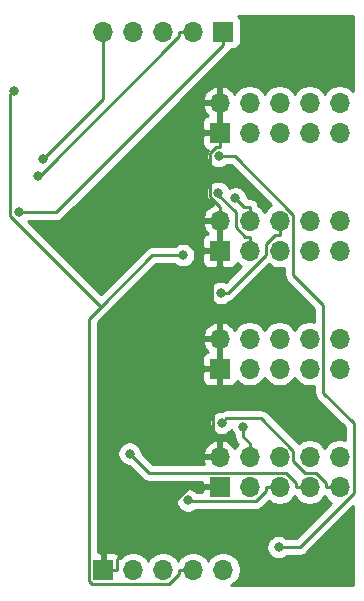
<source format=gbl>
%TF.GenerationSoftware,KiCad,Pcbnew,(5.1.6-0-10_14)*%
%TF.CreationDate,2020-09-10T15:49:12+09:00*%
%TF.ProjectId,qPCR-photo_mux_CD74HC4067M96,71504352-2d70-4686-9f74-6f5f6d75785f,rev?*%
%TF.SameCoordinates,Original*%
%TF.FileFunction,Copper,L2,Bot*%
%TF.FilePolarity,Positive*%
%FSLAX46Y46*%
G04 Gerber Fmt 4.6, Leading zero omitted, Abs format (unit mm)*
G04 Created by KiCad (PCBNEW (5.1.6-0-10_14)) date 2020-09-10 15:49:12*
%MOMM*%
%LPD*%
G01*
G04 APERTURE LIST*
%TA.AperFunction,ComponentPad*%
%ADD10O,1.700000X1.700000*%
%TD*%
%TA.AperFunction,ComponentPad*%
%ADD11R,1.700000X1.700000*%
%TD*%
%TA.AperFunction,ViaPad*%
%ADD12C,0.800000*%
%TD*%
%TA.AperFunction,Conductor*%
%ADD13C,0.250000*%
%TD*%
%TA.AperFunction,Conductor*%
%ADD14C,0.254000*%
%TD*%
G04 APERTURE END LIST*
D10*
%TO.P,J1,5*%
%TO.N,PD_MUX_OUT*%
X103298000Y-110000000D03*
%TO.P,J1,4*%
%TO.N,VCC_LOGIC*%
X100758000Y-110000000D03*
%TO.P,J1,3*%
%TO.N,-10V*%
X98218000Y-110000000D03*
%TO.P,J1,2*%
%TO.N,+10V*%
X95678000Y-110000000D03*
D11*
%TO.P,J1,1*%
%TO.N,GND*%
X93138000Y-110000000D03*
%TD*%
%TO.P,J2,1*%
%TO.N,ADDRESSA3*%
X103298000Y-64440000D03*
D10*
%TO.P,J2,2*%
%TO.N,ADDRESSA2*%
X100758000Y-64440000D03*
%TO.P,J2,3*%
%TO.N,ADDRESSA1*%
X98218000Y-64440000D03*
%TO.P,J2,4*%
%TO.N,ADDRESSA0*%
X95678000Y-64440000D03*
%TO.P,J2,5*%
%TO.N,MUX_SELECT*%
X93138000Y-64440000D03*
%TD*%
%TO.P,N_PD1,10*%
%TO.N,N_PD1_OUT1*%
X113160000Y-70460000D03*
%TO.P,N_PD1,9*%
%TO.N,N_PD1_OUT2*%
X113160000Y-73000000D03*
%TO.P,N_PD1,8*%
%TO.N,N_PD1_OUT3*%
X110620000Y-70460000D03*
%TO.P,N_PD1,7*%
%TO.N,N_PD1_OUT4*%
X110620000Y-73000000D03*
%TO.P,N_PD1,6*%
%TO.N,N_PD1_OUT5*%
X108080000Y-70460000D03*
%TO.P,N_PD1,5*%
%TO.N,N_PD1_OUT6*%
X108080000Y-73000000D03*
%TO.P,N_PD1,4*%
%TO.N,N_PD1_OUT7*%
X105540000Y-70460000D03*
%TO.P,N_PD1,3*%
%TO.N,N_PD1_OUT8*%
X105540000Y-73000000D03*
%TO.P,N_PD1,2*%
%TO.N,GND*%
X103000000Y-70460000D03*
D11*
%TO.P,N_PD1,1*%
X103000000Y-73000000D03*
%TD*%
%TO.P,N_PD2,1*%
%TO.N,GND*%
X103000000Y-83000000D03*
D10*
%TO.P,N_PD2,2*%
X103000000Y-80460000D03*
%TO.P,N_PD2,3*%
%TO.N,N_PD1_OUT16*%
X105540000Y-83000000D03*
%TO.P,N_PD2,4*%
%TO.N,N_PD1_OUT15*%
X105540000Y-80460000D03*
%TO.P,N_PD2,5*%
%TO.N,N_PD1_OUT14*%
X108080000Y-83000000D03*
%TO.P,N_PD2,6*%
%TO.N,N_PD1_OUT13*%
X108080000Y-80460000D03*
%TO.P,N_PD2,7*%
%TO.N,N_PD1_OUT12*%
X110620000Y-83000000D03*
%TO.P,N_PD2,8*%
%TO.N,N_PD1_OUT10*%
X110620000Y-80460000D03*
%TO.P,N_PD2,9*%
%TO.N,N_PD1_OUT11*%
X113160000Y-83000000D03*
%TO.P,N_PD2,10*%
%TO.N,N_PD1_OUT9*%
X113160000Y-80460000D03*
%TD*%
D11*
%TO.P,S_PD1,1*%
%TO.N,GND*%
X103000000Y-93000000D03*
D10*
%TO.P,S_PD1,2*%
X103000000Y-90460000D03*
%TO.P,S_PD1,3*%
%TO.N,S_PD1_OUT8*%
X105540000Y-93000000D03*
%TO.P,S_PD1,4*%
%TO.N,S_PD1_OUT7*%
X105540000Y-90460000D03*
%TO.P,S_PD1,5*%
%TO.N,S_PD1_OUT6*%
X108080000Y-93000000D03*
%TO.P,S_PD1,6*%
%TO.N,S_PD1_OUT5*%
X108080000Y-90460000D03*
%TO.P,S_PD1,7*%
%TO.N,S_PD1_OUT4*%
X110620000Y-93000000D03*
%TO.P,S_PD1,8*%
%TO.N,S_PD1_OUT3*%
X110620000Y-90460000D03*
%TO.P,S_PD1,9*%
%TO.N,S_PD1_OUT2*%
X113160000Y-93000000D03*
%TO.P,S_PD1,10*%
%TO.N,S_PD1_OUT1*%
X113160000Y-90460000D03*
%TD*%
%TO.P,S_PD2,10*%
%TO.N,S_PD1_OUT9*%
X113160000Y-100460000D03*
%TO.P,S_PD2,9*%
%TO.N,S_PD1_OUT11*%
X113160000Y-103000000D03*
%TO.P,S_PD2,8*%
%TO.N,S_PD1_OUT10*%
X110620000Y-100460000D03*
%TO.P,S_PD2,7*%
%TO.N,S_PD1_OUT12*%
X110620000Y-103000000D03*
%TO.P,S_PD2,6*%
%TO.N,S_PD1_OUT13*%
X108080000Y-100460000D03*
%TO.P,S_PD2,5*%
%TO.N,S_PD1_OUT14*%
X108080000Y-103000000D03*
%TO.P,S_PD2,4*%
%TO.N,S_PD1_OUT15*%
X105540000Y-100460000D03*
%TO.P,S_PD2,3*%
%TO.N,S_PD1_OUT16*%
X105540000Y-103000000D03*
%TO.P,S_PD2,2*%
%TO.N,GND*%
X103000000Y-100460000D03*
D11*
%TO.P,S_PD2,1*%
X103000000Y-103000000D03*
%TD*%
D12*
%TO.N,VCC_LOGIC*%
X85563500Y-69465700D03*
X99891700Y-83363600D03*
%TO.N,ADDRESSA3*%
X86015000Y-79753000D03*
%TO.N,ADDRESSA2*%
X87648700Y-76630100D03*
%TO.N,MUX_SELECT*%
X88049500Y-75273000D03*
%TO.N,/PD_MUX_OUT1*%
X108000000Y-108091900D03*
X102911600Y-74997400D03*
%TO.N,N_PD1_OUT16*%
X102884600Y-78088300D03*
%TO.N,N_PD1_OUT15*%
X104342700Y-78558000D03*
%TO.N,N_PD1_OUT13*%
X103115200Y-86557400D03*
%TO.N,S_PD1_OUT11*%
X103181500Y-97563500D03*
%TO.N,S_PD1_OUT12*%
X95386900Y-100173300D03*
%TO.N,S_PD1_OUT14*%
X100328400Y-104139000D03*
%TO.N,S_PD1_OUT15*%
X105014300Y-97926700D03*
%TD*%
D13*
%TO.N,VCC_LOGIC*%
X92946400Y-87731200D02*
X85269500Y-80054400D01*
X85269500Y-80054400D02*
X85269500Y-69759700D01*
X85269500Y-69759700D02*
X85563500Y-69465700D01*
X92946400Y-87731200D02*
X97314000Y-83363600D01*
X97314000Y-83363600D02*
X99891700Y-83363600D01*
X99582700Y-110000000D02*
X99582700Y-110365300D01*
X99582700Y-110365300D02*
X98760800Y-111187200D01*
X98760800Y-111187200D02*
X92164000Y-111187200D01*
X92164000Y-111187200D02*
X91938400Y-110961600D01*
X91938400Y-110961600D02*
X91938400Y-88739200D01*
X91938400Y-88739200D02*
X92946400Y-87731200D01*
X100758000Y-110000000D02*
X99582700Y-110000000D01*
%TO.N,GND*%
X103000000Y-103000000D02*
X100441700Y-103000000D01*
X100441700Y-103000000D02*
X94313300Y-109128400D01*
X94313300Y-109128400D02*
X94313300Y-110000000D01*
X103000000Y-80460000D02*
X103000000Y-79284700D01*
X103000000Y-79284700D02*
X102155200Y-78439900D01*
X102155200Y-78439900D02*
X102155200Y-74726200D01*
X102155200Y-74726200D02*
X102706100Y-74175300D01*
X102706100Y-74175300D02*
X103000000Y-74175300D01*
X103000000Y-83000000D02*
X103000000Y-80460000D01*
X103000000Y-73000000D02*
X103000000Y-74175300D01*
X103000000Y-89284700D02*
X102369300Y-88654000D01*
X102369300Y-88654000D02*
X102369300Y-84806000D01*
X102369300Y-84806000D02*
X103000000Y-84175300D01*
X103000000Y-90460000D02*
X103000000Y-89284700D01*
X103000000Y-90460000D02*
X103000000Y-93000000D01*
X103000000Y-83000000D02*
X103000000Y-84175300D01*
X103000000Y-94175300D02*
X102456200Y-94719100D01*
X102456200Y-94719100D02*
X102456200Y-98740900D01*
X102456200Y-98740900D02*
X103000000Y-99284700D01*
X93138000Y-110000000D02*
X94313300Y-110000000D01*
X103000000Y-100460000D02*
X103000000Y-99284700D01*
X103000000Y-93000000D02*
X103000000Y-94175300D01*
X103000000Y-73000000D02*
X103000000Y-70460000D01*
%TO.N,ADDRESSA3*%
X103298000Y-65615300D02*
X89160300Y-79753000D01*
X89160300Y-79753000D02*
X86015000Y-79753000D01*
X103298000Y-64440000D02*
X103298000Y-65615300D01*
%TO.N,ADDRESSA2*%
X99582700Y-64440000D02*
X99582700Y-64811000D01*
X99582700Y-64811000D02*
X87763600Y-76630100D01*
X87763600Y-76630100D02*
X87648700Y-76630100D01*
X100758000Y-64440000D02*
X99582700Y-64440000D01*
%TO.N,MUX_SELECT*%
X93138000Y-64440000D02*
X93138000Y-70184500D01*
X93138000Y-70184500D02*
X88049500Y-75273000D01*
%TO.N,/PD_MUX_OUT1*%
X102911600Y-74997400D02*
X104285100Y-74997400D01*
X104285100Y-74997400D02*
X109255300Y-79967600D01*
X109255300Y-79967600D02*
X109255300Y-85041400D01*
X109255300Y-85041400D02*
X111795400Y-87581500D01*
X111795400Y-87581500D02*
X111795400Y-95041500D01*
X111795400Y-95041500D02*
X114348600Y-97594700D01*
X114348600Y-97594700D02*
X114348600Y-103519500D01*
X114348600Y-103519500D02*
X109776200Y-108091900D01*
X109776200Y-108091900D02*
X108000000Y-108091900D01*
%TO.N,N_PD1_OUT16*%
X105540000Y-81824700D02*
X105172600Y-81824700D01*
X105172600Y-81824700D02*
X104364700Y-81016800D01*
X104364700Y-81016800D02*
X104364700Y-79728300D01*
X104364700Y-79728300D02*
X102884600Y-78248200D01*
X102884600Y-78248200D02*
X102884600Y-78088300D01*
X105540000Y-83000000D02*
X105540000Y-81824700D01*
%TO.N,N_PD1_OUT15*%
X105540000Y-80460000D02*
X105540000Y-79284700D01*
X105540000Y-79284700D02*
X105069400Y-79284700D01*
X105069400Y-79284700D02*
X104342700Y-78558000D01*
%TO.N,N_PD1_OUT13*%
X108080000Y-81635300D02*
X107712600Y-81635300D01*
X107712600Y-81635300D02*
X106904700Y-82443200D01*
X106904700Y-82443200D02*
X106904700Y-83329700D01*
X106904700Y-83329700D02*
X103677000Y-86557400D01*
X103677000Y-86557400D02*
X103115200Y-86557400D01*
X108080000Y-80460000D02*
X108080000Y-81635300D01*
%TO.N,S_PD1_OUT11*%
X113160000Y-103000000D02*
X111984700Y-103000000D01*
X103181500Y-97563500D02*
X103546200Y-97198800D01*
X103546200Y-97198800D02*
X106528500Y-97198800D01*
X106528500Y-97198800D02*
X109255400Y-99925700D01*
X109255400Y-99925700D02*
X109255400Y-100819600D01*
X109255400Y-100819600D02*
X110260500Y-101824700D01*
X110260500Y-101824700D02*
X111176800Y-101824700D01*
X111176800Y-101824700D02*
X111984700Y-102632600D01*
X111984700Y-102632600D02*
X111984700Y-103000000D01*
%TO.N,S_PD1_OUT12*%
X110620000Y-103000000D02*
X109444700Y-103000000D01*
X109444700Y-103000000D02*
X109444700Y-102632600D01*
X109444700Y-102632600D02*
X108636800Y-101824700D01*
X108636800Y-101824700D02*
X97038300Y-101824700D01*
X97038300Y-101824700D02*
X95386900Y-100173300D01*
%TO.N,S_PD1_OUT14*%
X108080000Y-103000000D02*
X106904700Y-103000000D01*
X100328400Y-104139000D02*
X100364700Y-104175300D01*
X100364700Y-104175300D02*
X106096800Y-104175300D01*
X106096800Y-104175300D02*
X106904700Y-103367400D01*
X106904700Y-103367400D02*
X106904700Y-103000000D01*
%TO.N,S_PD1_OUT15*%
X105540000Y-100460000D02*
X105540000Y-99284700D01*
X105014300Y-97926700D02*
X105014300Y-98759000D01*
X105014300Y-98759000D02*
X105540000Y-99284700D01*
%TD*%
D14*
%TO.N,GND*%
G36*
X114315000Y-69515651D02*
G01*
X114313475Y-69513368D01*
X114106632Y-69306525D01*
X113863411Y-69144010D01*
X113593158Y-69032068D01*
X113306260Y-68975000D01*
X113013740Y-68975000D01*
X112726842Y-69032068D01*
X112456589Y-69144010D01*
X112213368Y-69306525D01*
X112006525Y-69513368D01*
X111890000Y-69687760D01*
X111773475Y-69513368D01*
X111566632Y-69306525D01*
X111323411Y-69144010D01*
X111053158Y-69032068D01*
X110766260Y-68975000D01*
X110473740Y-68975000D01*
X110186842Y-69032068D01*
X109916589Y-69144010D01*
X109673368Y-69306525D01*
X109466525Y-69513368D01*
X109350000Y-69687760D01*
X109233475Y-69513368D01*
X109026632Y-69306525D01*
X108783411Y-69144010D01*
X108513158Y-69032068D01*
X108226260Y-68975000D01*
X107933740Y-68975000D01*
X107646842Y-69032068D01*
X107376589Y-69144010D01*
X107133368Y-69306525D01*
X106926525Y-69513368D01*
X106810000Y-69687760D01*
X106693475Y-69513368D01*
X106486632Y-69306525D01*
X106243411Y-69144010D01*
X105973158Y-69032068D01*
X105686260Y-68975000D01*
X105393740Y-68975000D01*
X105106842Y-69032068D01*
X104836589Y-69144010D01*
X104593368Y-69306525D01*
X104386525Y-69513368D01*
X104264805Y-69695534D01*
X104195178Y-69578645D01*
X104000269Y-69362412D01*
X103766920Y-69188359D01*
X103504099Y-69063175D01*
X103356890Y-69018524D01*
X103127000Y-69139845D01*
X103127000Y-70333000D01*
X103147000Y-70333000D01*
X103147000Y-70587000D01*
X103127000Y-70587000D01*
X103127000Y-72873000D01*
X103147000Y-72873000D01*
X103147000Y-73127000D01*
X103127000Y-73127000D01*
X103127000Y-73147000D01*
X102873000Y-73147000D01*
X102873000Y-73127000D01*
X101673750Y-73127000D01*
X101515000Y-73285750D01*
X101511928Y-73850000D01*
X101524188Y-73974482D01*
X101560498Y-74094180D01*
X101619463Y-74204494D01*
X101698815Y-74301185D01*
X101795506Y-74380537D01*
X101905820Y-74439502D01*
X102017047Y-74473242D01*
X101994395Y-74507144D01*
X101916374Y-74695502D01*
X101876600Y-74895461D01*
X101876600Y-75099339D01*
X101916374Y-75299298D01*
X101994395Y-75487656D01*
X102107663Y-75657174D01*
X102251826Y-75801337D01*
X102421344Y-75914605D01*
X102609702Y-75992626D01*
X102809661Y-76032400D01*
X103013539Y-76032400D01*
X103213498Y-75992626D01*
X103401856Y-75914605D01*
X103571374Y-75801337D01*
X103615311Y-75757400D01*
X103970299Y-75757400D01*
X107364791Y-79151893D01*
X107133368Y-79306525D01*
X106926525Y-79513368D01*
X106810000Y-79687760D01*
X106693475Y-79513368D01*
X106486632Y-79306525D01*
X106293089Y-79177204D01*
X106289003Y-79135714D01*
X106245546Y-78992453D01*
X106174974Y-78860424D01*
X106080001Y-78744699D01*
X105964276Y-78649726D01*
X105832247Y-78579154D01*
X105688986Y-78535697D01*
X105577333Y-78524700D01*
X105540000Y-78521023D01*
X105502667Y-78524700D01*
X105384202Y-78524700D01*
X105377700Y-78518198D01*
X105377700Y-78456061D01*
X105337926Y-78256102D01*
X105259905Y-78067744D01*
X105146637Y-77898226D01*
X105002474Y-77754063D01*
X104832956Y-77640795D01*
X104644598Y-77562774D01*
X104444639Y-77523000D01*
X104240761Y-77523000D01*
X104040802Y-77562774D01*
X103852444Y-77640795D01*
X103826652Y-77658029D01*
X103801805Y-77598044D01*
X103688537Y-77428526D01*
X103544374Y-77284363D01*
X103374856Y-77171095D01*
X103186498Y-77093074D01*
X102986539Y-77053300D01*
X102782661Y-77053300D01*
X102582702Y-77093074D01*
X102394344Y-77171095D01*
X102224826Y-77284363D01*
X102080663Y-77428526D01*
X101967395Y-77598044D01*
X101889374Y-77786402D01*
X101849600Y-77986361D01*
X101849600Y-78190239D01*
X101889374Y-78390198D01*
X101967395Y-78578556D01*
X102080663Y-78748074D01*
X102224826Y-78892237D01*
X102394344Y-79005505D01*
X102517647Y-79056579D01*
X102495901Y-79063175D01*
X102233080Y-79188359D01*
X101999731Y-79362412D01*
X101804822Y-79578645D01*
X101655843Y-79828748D01*
X101558519Y-80103109D01*
X101679186Y-80333000D01*
X102873000Y-80333000D01*
X102873000Y-80313000D01*
X103127000Y-80313000D01*
X103127000Y-80333000D01*
X103147000Y-80333000D01*
X103147000Y-80587000D01*
X103127000Y-80587000D01*
X103127000Y-82873000D01*
X103147000Y-82873000D01*
X103147000Y-83127000D01*
X103127000Y-83127000D01*
X103127000Y-84326250D01*
X103285750Y-84485000D01*
X103850000Y-84488072D01*
X103974482Y-84475812D01*
X104094180Y-84439502D01*
X104204494Y-84380537D01*
X104301185Y-84301185D01*
X104380537Y-84204494D01*
X104439502Y-84094180D01*
X104461513Y-84021620D01*
X104593368Y-84153475D01*
X104836589Y-84315990D01*
X104841553Y-84318046D01*
X103544608Y-85614991D01*
X103417098Y-85562174D01*
X103217139Y-85522400D01*
X103013261Y-85522400D01*
X102813302Y-85562174D01*
X102624944Y-85640195D01*
X102455426Y-85753463D01*
X102311263Y-85897626D01*
X102197995Y-86067144D01*
X102119974Y-86255502D01*
X102080200Y-86455461D01*
X102080200Y-86659339D01*
X102119974Y-86859298D01*
X102197995Y-87047656D01*
X102311263Y-87217174D01*
X102455426Y-87361337D01*
X102624944Y-87474605D01*
X102813302Y-87552626D01*
X103013261Y-87592400D01*
X103217139Y-87592400D01*
X103417098Y-87552626D01*
X103605456Y-87474605D01*
X103774974Y-87361337D01*
X103831616Y-87304695D01*
X103969247Y-87262946D01*
X104101276Y-87192374D01*
X104217001Y-87097401D01*
X104240804Y-87068397D01*
X107146771Y-84162431D01*
X107376589Y-84315990D01*
X107646842Y-84427932D01*
X107933740Y-84485000D01*
X108226260Y-84485000D01*
X108495301Y-84431484D01*
X108495301Y-85004068D01*
X108491624Y-85041400D01*
X108506298Y-85190385D01*
X108549754Y-85333646D01*
X108620326Y-85465676D01*
X108666879Y-85522400D01*
X108715300Y-85581401D01*
X108744298Y-85605199D01*
X111035400Y-87896302D01*
X111035400Y-89028536D01*
X110766260Y-88975000D01*
X110473740Y-88975000D01*
X110186842Y-89032068D01*
X109916589Y-89144010D01*
X109673368Y-89306525D01*
X109466525Y-89513368D01*
X109350000Y-89687760D01*
X109233475Y-89513368D01*
X109026632Y-89306525D01*
X108783411Y-89144010D01*
X108513158Y-89032068D01*
X108226260Y-88975000D01*
X107933740Y-88975000D01*
X107646842Y-89032068D01*
X107376589Y-89144010D01*
X107133368Y-89306525D01*
X106926525Y-89513368D01*
X106810000Y-89687760D01*
X106693475Y-89513368D01*
X106486632Y-89306525D01*
X106243411Y-89144010D01*
X105973158Y-89032068D01*
X105686260Y-88975000D01*
X105393740Y-88975000D01*
X105106842Y-89032068D01*
X104836589Y-89144010D01*
X104593368Y-89306525D01*
X104386525Y-89513368D01*
X104264805Y-89695534D01*
X104195178Y-89578645D01*
X104000269Y-89362412D01*
X103766920Y-89188359D01*
X103504099Y-89063175D01*
X103356890Y-89018524D01*
X103127000Y-89139845D01*
X103127000Y-90333000D01*
X103147000Y-90333000D01*
X103147000Y-90587000D01*
X103127000Y-90587000D01*
X103127000Y-92873000D01*
X103147000Y-92873000D01*
X103147000Y-93127000D01*
X103127000Y-93127000D01*
X103127000Y-94326250D01*
X103285750Y-94485000D01*
X103850000Y-94488072D01*
X103974482Y-94475812D01*
X104094180Y-94439502D01*
X104204494Y-94380537D01*
X104301185Y-94301185D01*
X104380537Y-94204494D01*
X104439502Y-94094180D01*
X104461513Y-94021620D01*
X104593368Y-94153475D01*
X104836589Y-94315990D01*
X105106842Y-94427932D01*
X105393740Y-94485000D01*
X105686260Y-94485000D01*
X105973158Y-94427932D01*
X106243411Y-94315990D01*
X106486632Y-94153475D01*
X106693475Y-93946632D01*
X106810000Y-93772240D01*
X106926525Y-93946632D01*
X107133368Y-94153475D01*
X107376589Y-94315990D01*
X107646842Y-94427932D01*
X107933740Y-94485000D01*
X108226260Y-94485000D01*
X108513158Y-94427932D01*
X108783411Y-94315990D01*
X109026632Y-94153475D01*
X109233475Y-93946632D01*
X109350000Y-93772240D01*
X109466525Y-93946632D01*
X109673368Y-94153475D01*
X109916589Y-94315990D01*
X110186842Y-94427932D01*
X110473740Y-94485000D01*
X110766260Y-94485000D01*
X111035401Y-94431464D01*
X111035401Y-95004168D01*
X111031724Y-95041500D01*
X111046398Y-95190485D01*
X111089854Y-95333746D01*
X111160426Y-95465776D01*
X111231601Y-95552502D01*
X111255400Y-95581501D01*
X111284398Y-95605299D01*
X113588600Y-97909502D01*
X113588600Y-99031161D01*
X113306260Y-98975000D01*
X113013740Y-98975000D01*
X112726842Y-99032068D01*
X112456589Y-99144010D01*
X112213368Y-99306525D01*
X112006525Y-99513368D01*
X111890000Y-99687760D01*
X111773475Y-99513368D01*
X111566632Y-99306525D01*
X111323411Y-99144010D01*
X111053158Y-99032068D01*
X110766260Y-98975000D01*
X110473740Y-98975000D01*
X110186842Y-99032068D01*
X109916589Y-99144010D01*
X109695943Y-99291441D01*
X107092304Y-96687803D01*
X107068501Y-96658799D01*
X106952776Y-96563826D01*
X106820747Y-96493254D01*
X106677486Y-96449797D01*
X106565833Y-96438800D01*
X106565822Y-96438800D01*
X106528500Y-96435124D01*
X106491178Y-96438800D01*
X103583525Y-96438800D01*
X103546200Y-96435124D01*
X103508875Y-96438800D01*
X103508867Y-96438800D01*
X103397214Y-96449797D01*
X103253953Y-96493254D01*
X103188013Y-96528500D01*
X103079561Y-96528500D01*
X102879602Y-96568274D01*
X102691244Y-96646295D01*
X102521726Y-96759563D01*
X102377563Y-96903726D01*
X102264295Y-97073244D01*
X102186274Y-97261602D01*
X102146500Y-97461561D01*
X102146500Y-97665439D01*
X102186274Y-97865398D01*
X102264295Y-98053756D01*
X102377563Y-98223274D01*
X102521726Y-98367437D01*
X102691244Y-98480705D01*
X102879602Y-98558726D01*
X103079561Y-98598500D01*
X103283439Y-98598500D01*
X103483398Y-98558726D01*
X103671756Y-98480705D01*
X103841274Y-98367437D01*
X103985437Y-98223274D01*
X104010542Y-98185702D01*
X104019074Y-98228598D01*
X104097095Y-98416956D01*
X104210363Y-98586474D01*
X104254300Y-98630411D01*
X104254300Y-98721678D01*
X104250624Y-98759000D01*
X104254300Y-98796322D01*
X104254300Y-98796333D01*
X104265298Y-98907985D01*
X104308754Y-99051246D01*
X104379326Y-99183276D01*
X104431925Y-99247367D01*
X104474300Y-99299001D01*
X104503298Y-99322799D01*
X104540196Y-99359697D01*
X104386525Y-99513368D01*
X104264805Y-99695534D01*
X104195178Y-99578645D01*
X104000269Y-99362412D01*
X103766920Y-99188359D01*
X103504099Y-99063175D01*
X103356890Y-99018524D01*
X103127000Y-99139845D01*
X103127000Y-100333000D01*
X103147000Y-100333000D01*
X103147000Y-100587000D01*
X103127000Y-100587000D01*
X103127000Y-100607000D01*
X102873000Y-100607000D01*
X102873000Y-100587000D01*
X101679186Y-100587000D01*
X101558519Y-100816891D01*
X101646424Y-101064700D01*
X97353102Y-101064700D01*
X96421900Y-100133499D01*
X96421900Y-100103109D01*
X101558519Y-100103109D01*
X101679186Y-100333000D01*
X102873000Y-100333000D01*
X102873000Y-99139845D01*
X102643110Y-99018524D01*
X102495901Y-99063175D01*
X102233080Y-99188359D01*
X101999731Y-99362412D01*
X101804822Y-99578645D01*
X101655843Y-99828748D01*
X101558519Y-100103109D01*
X96421900Y-100103109D01*
X96421900Y-100071361D01*
X96382126Y-99871402D01*
X96304105Y-99683044D01*
X96190837Y-99513526D01*
X96046674Y-99369363D01*
X95877156Y-99256095D01*
X95688798Y-99178074D01*
X95488839Y-99138300D01*
X95284961Y-99138300D01*
X95085002Y-99178074D01*
X94896644Y-99256095D01*
X94727126Y-99369363D01*
X94582963Y-99513526D01*
X94469695Y-99683044D01*
X94391674Y-99871402D01*
X94351900Y-100071361D01*
X94351900Y-100275239D01*
X94391674Y-100475198D01*
X94469695Y-100663556D01*
X94582963Y-100833074D01*
X94727126Y-100977237D01*
X94896644Y-101090505D01*
X95085002Y-101168526D01*
X95284961Y-101208300D01*
X95347099Y-101208300D01*
X96474500Y-102335702D01*
X96498299Y-102364701D01*
X96614024Y-102459674D01*
X96746053Y-102530246D01*
X96889314Y-102573703D01*
X97000967Y-102584700D01*
X97000976Y-102584700D01*
X97038299Y-102588376D01*
X97075622Y-102584700D01*
X101514295Y-102584700D01*
X101515000Y-102714250D01*
X101673750Y-102873000D01*
X102873000Y-102873000D01*
X102873000Y-102853000D01*
X103127000Y-102853000D01*
X103127000Y-102873000D01*
X103147000Y-102873000D01*
X103147000Y-103127000D01*
X103127000Y-103127000D01*
X103127000Y-103147000D01*
X102873000Y-103147000D01*
X102873000Y-103127000D01*
X101673750Y-103127000D01*
X101515000Y-103285750D01*
X101514295Y-103415300D01*
X101068411Y-103415300D01*
X100988174Y-103335063D01*
X100818656Y-103221795D01*
X100630298Y-103143774D01*
X100430339Y-103104000D01*
X100226461Y-103104000D01*
X100026502Y-103143774D01*
X99838144Y-103221795D01*
X99668626Y-103335063D01*
X99524463Y-103479226D01*
X99411195Y-103648744D01*
X99333174Y-103837102D01*
X99293400Y-104037061D01*
X99293400Y-104240939D01*
X99333174Y-104440898D01*
X99411195Y-104629256D01*
X99524463Y-104798774D01*
X99668626Y-104942937D01*
X99838144Y-105056205D01*
X100026502Y-105134226D01*
X100226461Y-105174000D01*
X100430339Y-105174000D01*
X100630298Y-105134226D01*
X100818656Y-105056205D01*
X100988174Y-104942937D01*
X100995811Y-104935300D01*
X106059478Y-104935300D01*
X106096800Y-104938976D01*
X106134122Y-104935300D01*
X106134133Y-104935300D01*
X106245786Y-104924303D01*
X106389047Y-104880846D01*
X106521076Y-104810274D01*
X106636801Y-104715301D01*
X106660603Y-104686298D01*
X107169371Y-104177531D01*
X107376589Y-104315990D01*
X107646842Y-104427932D01*
X107933740Y-104485000D01*
X108226260Y-104485000D01*
X108513158Y-104427932D01*
X108783411Y-104315990D01*
X109026632Y-104153475D01*
X109233475Y-103946632D01*
X109350000Y-103772240D01*
X109466525Y-103946632D01*
X109673368Y-104153475D01*
X109916589Y-104315990D01*
X110186842Y-104427932D01*
X110473740Y-104485000D01*
X110766260Y-104485000D01*
X111053158Y-104427932D01*
X111323411Y-104315990D01*
X111566632Y-104153475D01*
X111773475Y-103946632D01*
X111890000Y-103772240D01*
X112006525Y-103946632D01*
X112213368Y-104153475D01*
X112456589Y-104315990D01*
X112471240Y-104322059D01*
X109461399Y-107331900D01*
X108703711Y-107331900D01*
X108659774Y-107287963D01*
X108490256Y-107174695D01*
X108301898Y-107096674D01*
X108101939Y-107056900D01*
X107898061Y-107056900D01*
X107698102Y-107096674D01*
X107509744Y-107174695D01*
X107340226Y-107287963D01*
X107196063Y-107432126D01*
X107082795Y-107601644D01*
X107004774Y-107790002D01*
X106965000Y-107989961D01*
X106965000Y-108193839D01*
X107004774Y-108393798D01*
X107082795Y-108582156D01*
X107196063Y-108751674D01*
X107340226Y-108895837D01*
X107509744Y-109009105D01*
X107698102Y-109087126D01*
X107898061Y-109126900D01*
X108101939Y-109126900D01*
X108301898Y-109087126D01*
X108490256Y-109009105D01*
X108659774Y-108895837D01*
X108703711Y-108851900D01*
X109738878Y-108851900D01*
X109776200Y-108855576D01*
X109813522Y-108851900D01*
X109813533Y-108851900D01*
X109925186Y-108840903D01*
X110068447Y-108797446D01*
X110200476Y-108726874D01*
X110316201Y-108631901D01*
X110340004Y-108602897D01*
X114315001Y-104627901D01*
X114315001Y-111315000D01*
X104002893Y-111315000D01*
X104244632Y-111153475D01*
X104451475Y-110946632D01*
X104613990Y-110703411D01*
X104725932Y-110433158D01*
X104783000Y-110146260D01*
X104783000Y-109853740D01*
X104725932Y-109566842D01*
X104613990Y-109296589D01*
X104451475Y-109053368D01*
X104244632Y-108846525D01*
X104001411Y-108684010D01*
X103731158Y-108572068D01*
X103444260Y-108515000D01*
X103151740Y-108515000D01*
X102864842Y-108572068D01*
X102594589Y-108684010D01*
X102351368Y-108846525D01*
X102144525Y-109053368D01*
X102028000Y-109227760D01*
X101911475Y-109053368D01*
X101704632Y-108846525D01*
X101461411Y-108684010D01*
X101191158Y-108572068D01*
X100904260Y-108515000D01*
X100611740Y-108515000D01*
X100324842Y-108572068D01*
X100054589Y-108684010D01*
X99811368Y-108846525D01*
X99604525Y-109053368D01*
X99488000Y-109227760D01*
X99371475Y-109053368D01*
X99164632Y-108846525D01*
X98921411Y-108684010D01*
X98651158Y-108572068D01*
X98364260Y-108515000D01*
X98071740Y-108515000D01*
X97784842Y-108572068D01*
X97514589Y-108684010D01*
X97271368Y-108846525D01*
X97064525Y-109053368D01*
X96948000Y-109227760D01*
X96831475Y-109053368D01*
X96624632Y-108846525D01*
X96381411Y-108684010D01*
X96111158Y-108572068D01*
X95824260Y-108515000D01*
X95531740Y-108515000D01*
X95244842Y-108572068D01*
X94974589Y-108684010D01*
X94731368Y-108846525D01*
X94599513Y-108978380D01*
X94577502Y-108905820D01*
X94518537Y-108795506D01*
X94439185Y-108698815D01*
X94342494Y-108619463D01*
X94232180Y-108560498D01*
X94112482Y-108524188D01*
X93988000Y-108511928D01*
X93423750Y-108515000D01*
X93265000Y-108673750D01*
X93265000Y-109873000D01*
X93285000Y-109873000D01*
X93285000Y-110127000D01*
X93265000Y-110127000D01*
X93265000Y-110147000D01*
X93011000Y-110147000D01*
X93011000Y-110127000D01*
X92991000Y-110127000D01*
X92991000Y-109873000D01*
X93011000Y-109873000D01*
X93011000Y-108673750D01*
X92852250Y-108515000D01*
X92698400Y-108514162D01*
X92698400Y-93850000D01*
X101511928Y-93850000D01*
X101524188Y-93974482D01*
X101560498Y-94094180D01*
X101619463Y-94204494D01*
X101698815Y-94301185D01*
X101795506Y-94380537D01*
X101905820Y-94439502D01*
X102025518Y-94475812D01*
X102150000Y-94488072D01*
X102714250Y-94485000D01*
X102873000Y-94326250D01*
X102873000Y-93127000D01*
X101673750Y-93127000D01*
X101515000Y-93285750D01*
X101511928Y-93850000D01*
X92698400Y-93850000D01*
X92698400Y-92150000D01*
X101511928Y-92150000D01*
X101515000Y-92714250D01*
X101673750Y-92873000D01*
X102873000Y-92873000D01*
X102873000Y-90587000D01*
X101679186Y-90587000D01*
X101558519Y-90816891D01*
X101655843Y-91091252D01*
X101804822Y-91341355D01*
X101981626Y-91537502D01*
X101905820Y-91560498D01*
X101795506Y-91619463D01*
X101698815Y-91698815D01*
X101619463Y-91795506D01*
X101560498Y-91905820D01*
X101524188Y-92025518D01*
X101511928Y-92150000D01*
X92698400Y-92150000D01*
X92698400Y-90103109D01*
X101558519Y-90103109D01*
X101679186Y-90333000D01*
X102873000Y-90333000D01*
X102873000Y-89139845D01*
X102643110Y-89018524D01*
X102495901Y-89063175D01*
X102233080Y-89188359D01*
X101999731Y-89362412D01*
X101804822Y-89578645D01*
X101655843Y-89828748D01*
X101558519Y-90103109D01*
X92698400Y-90103109D01*
X92698400Y-89054001D01*
X93457410Y-88294992D01*
X93486404Y-88271197D01*
X93510195Y-88242207D01*
X93510199Y-88242203D01*
X93510204Y-88242197D01*
X97628802Y-84123600D01*
X99187989Y-84123600D01*
X99231926Y-84167537D01*
X99401444Y-84280805D01*
X99589802Y-84358826D01*
X99789761Y-84398600D01*
X99993639Y-84398600D01*
X100193598Y-84358826D01*
X100381956Y-84280805D01*
X100551474Y-84167537D01*
X100695637Y-84023374D01*
X100808905Y-83853856D01*
X100810502Y-83850000D01*
X101511928Y-83850000D01*
X101524188Y-83974482D01*
X101560498Y-84094180D01*
X101619463Y-84204494D01*
X101698815Y-84301185D01*
X101795506Y-84380537D01*
X101905820Y-84439502D01*
X102025518Y-84475812D01*
X102150000Y-84488072D01*
X102714250Y-84485000D01*
X102873000Y-84326250D01*
X102873000Y-83127000D01*
X101673750Y-83127000D01*
X101515000Y-83285750D01*
X101511928Y-83850000D01*
X100810502Y-83850000D01*
X100886926Y-83665498D01*
X100926700Y-83465539D01*
X100926700Y-83261661D01*
X100886926Y-83061702D01*
X100808905Y-82873344D01*
X100695637Y-82703826D01*
X100551474Y-82559663D01*
X100381956Y-82446395D01*
X100193598Y-82368374D01*
X99993639Y-82328600D01*
X99789761Y-82328600D01*
X99589802Y-82368374D01*
X99401444Y-82446395D01*
X99231926Y-82559663D01*
X99187989Y-82603600D01*
X97351322Y-82603600D01*
X97313999Y-82599924D01*
X97276676Y-82603600D01*
X97276667Y-82603600D01*
X97165014Y-82614597D01*
X97021753Y-82658054D01*
X96889723Y-82728626D01*
X96844304Y-82765901D01*
X96773999Y-82823599D01*
X96750201Y-82852597D01*
X92946397Y-86656402D01*
X88439936Y-82150000D01*
X101511928Y-82150000D01*
X101515000Y-82714250D01*
X101673750Y-82873000D01*
X102873000Y-82873000D01*
X102873000Y-80587000D01*
X101679186Y-80587000D01*
X101558519Y-80816891D01*
X101655843Y-81091252D01*
X101804822Y-81341355D01*
X101981626Y-81537502D01*
X101905820Y-81560498D01*
X101795506Y-81619463D01*
X101698815Y-81698815D01*
X101619463Y-81795506D01*
X101560498Y-81905820D01*
X101524188Y-82025518D01*
X101511928Y-82150000D01*
X88439936Y-82150000D01*
X86802914Y-80513000D01*
X89122978Y-80513000D01*
X89160300Y-80516676D01*
X89197622Y-80513000D01*
X89197633Y-80513000D01*
X89309286Y-80502003D01*
X89452547Y-80458546D01*
X89584576Y-80387974D01*
X89700301Y-80293001D01*
X89724104Y-80263997D01*
X97838101Y-72150000D01*
X101511928Y-72150000D01*
X101515000Y-72714250D01*
X101673750Y-72873000D01*
X102873000Y-72873000D01*
X102873000Y-70587000D01*
X101679186Y-70587000D01*
X101558519Y-70816891D01*
X101655843Y-71091252D01*
X101804822Y-71341355D01*
X101981626Y-71537502D01*
X101905820Y-71560498D01*
X101795506Y-71619463D01*
X101698815Y-71698815D01*
X101619463Y-71795506D01*
X101560498Y-71905820D01*
X101524188Y-72025518D01*
X101511928Y-72150000D01*
X97838101Y-72150000D01*
X99884992Y-70103109D01*
X101558519Y-70103109D01*
X101679186Y-70333000D01*
X102873000Y-70333000D01*
X102873000Y-69139845D01*
X102643110Y-69018524D01*
X102495901Y-69063175D01*
X102233080Y-69188359D01*
X101999731Y-69362412D01*
X101804822Y-69578645D01*
X101655843Y-69828748D01*
X101558519Y-70103109D01*
X99884992Y-70103109D01*
X103809003Y-66179099D01*
X103838001Y-66155301D01*
X103864332Y-66123217D01*
X103932974Y-66039577D01*
X103992575Y-65928072D01*
X104148000Y-65928072D01*
X104272482Y-65915812D01*
X104392180Y-65879502D01*
X104502494Y-65820537D01*
X104599185Y-65741185D01*
X104678537Y-65644494D01*
X104737502Y-65534180D01*
X104773812Y-65414482D01*
X104786072Y-65290000D01*
X104786072Y-63590000D01*
X104773812Y-63465518D01*
X104737502Y-63345820D01*
X104678537Y-63235506D01*
X104599185Y-63138815D01*
X104582351Y-63125000D01*
X114315000Y-63125000D01*
X114315000Y-69515651D01*
G37*
X114315000Y-69515651D02*
X114313475Y-69513368D01*
X114106632Y-69306525D01*
X113863411Y-69144010D01*
X113593158Y-69032068D01*
X113306260Y-68975000D01*
X113013740Y-68975000D01*
X112726842Y-69032068D01*
X112456589Y-69144010D01*
X112213368Y-69306525D01*
X112006525Y-69513368D01*
X111890000Y-69687760D01*
X111773475Y-69513368D01*
X111566632Y-69306525D01*
X111323411Y-69144010D01*
X111053158Y-69032068D01*
X110766260Y-68975000D01*
X110473740Y-68975000D01*
X110186842Y-69032068D01*
X109916589Y-69144010D01*
X109673368Y-69306525D01*
X109466525Y-69513368D01*
X109350000Y-69687760D01*
X109233475Y-69513368D01*
X109026632Y-69306525D01*
X108783411Y-69144010D01*
X108513158Y-69032068D01*
X108226260Y-68975000D01*
X107933740Y-68975000D01*
X107646842Y-69032068D01*
X107376589Y-69144010D01*
X107133368Y-69306525D01*
X106926525Y-69513368D01*
X106810000Y-69687760D01*
X106693475Y-69513368D01*
X106486632Y-69306525D01*
X106243411Y-69144010D01*
X105973158Y-69032068D01*
X105686260Y-68975000D01*
X105393740Y-68975000D01*
X105106842Y-69032068D01*
X104836589Y-69144010D01*
X104593368Y-69306525D01*
X104386525Y-69513368D01*
X104264805Y-69695534D01*
X104195178Y-69578645D01*
X104000269Y-69362412D01*
X103766920Y-69188359D01*
X103504099Y-69063175D01*
X103356890Y-69018524D01*
X103127000Y-69139845D01*
X103127000Y-70333000D01*
X103147000Y-70333000D01*
X103147000Y-70587000D01*
X103127000Y-70587000D01*
X103127000Y-72873000D01*
X103147000Y-72873000D01*
X103147000Y-73127000D01*
X103127000Y-73127000D01*
X103127000Y-73147000D01*
X102873000Y-73147000D01*
X102873000Y-73127000D01*
X101673750Y-73127000D01*
X101515000Y-73285750D01*
X101511928Y-73850000D01*
X101524188Y-73974482D01*
X101560498Y-74094180D01*
X101619463Y-74204494D01*
X101698815Y-74301185D01*
X101795506Y-74380537D01*
X101905820Y-74439502D01*
X102017047Y-74473242D01*
X101994395Y-74507144D01*
X101916374Y-74695502D01*
X101876600Y-74895461D01*
X101876600Y-75099339D01*
X101916374Y-75299298D01*
X101994395Y-75487656D01*
X102107663Y-75657174D01*
X102251826Y-75801337D01*
X102421344Y-75914605D01*
X102609702Y-75992626D01*
X102809661Y-76032400D01*
X103013539Y-76032400D01*
X103213498Y-75992626D01*
X103401856Y-75914605D01*
X103571374Y-75801337D01*
X103615311Y-75757400D01*
X103970299Y-75757400D01*
X107364791Y-79151893D01*
X107133368Y-79306525D01*
X106926525Y-79513368D01*
X106810000Y-79687760D01*
X106693475Y-79513368D01*
X106486632Y-79306525D01*
X106293089Y-79177204D01*
X106289003Y-79135714D01*
X106245546Y-78992453D01*
X106174974Y-78860424D01*
X106080001Y-78744699D01*
X105964276Y-78649726D01*
X105832247Y-78579154D01*
X105688986Y-78535697D01*
X105577333Y-78524700D01*
X105540000Y-78521023D01*
X105502667Y-78524700D01*
X105384202Y-78524700D01*
X105377700Y-78518198D01*
X105377700Y-78456061D01*
X105337926Y-78256102D01*
X105259905Y-78067744D01*
X105146637Y-77898226D01*
X105002474Y-77754063D01*
X104832956Y-77640795D01*
X104644598Y-77562774D01*
X104444639Y-77523000D01*
X104240761Y-77523000D01*
X104040802Y-77562774D01*
X103852444Y-77640795D01*
X103826652Y-77658029D01*
X103801805Y-77598044D01*
X103688537Y-77428526D01*
X103544374Y-77284363D01*
X103374856Y-77171095D01*
X103186498Y-77093074D01*
X102986539Y-77053300D01*
X102782661Y-77053300D01*
X102582702Y-77093074D01*
X102394344Y-77171095D01*
X102224826Y-77284363D01*
X102080663Y-77428526D01*
X101967395Y-77598044D01*
X101889374Y-77786402D01*
X101849600Y-77986361D01*
X101849600Y-78190239D01*
X101889374Y-78390198D01*
X101967395Y-78578556D01*
X102080663Y-78748074D01*
X102224826Y-78892237D01*
X102394344Y-79005505D01*
X102517647Y-79056579D01*
X102495901Y-79063175D01*
X102233080Y-79188359D01*
X101999731Y-79362412D01*
X101804822Y-79578645D01*
X101655843Y-79828748D01*
X101558519Y-80103109D01*
X101679186Y-80333000D01*
X102873000Y-80333000D01*
X102873000Y-80313000D01*
X103127000Y-80313000D01*
X103127000Y-80333000D01*
X103147000Y-80333000D01*
X103147000Y-80587000D01*
X103127000Y-80587000D01*
X103127000Y-82873000D01*
X103147000Y-82873000D01*
X103147000Y-83127000D01*
X103127000Y-83127000D01*
X103127000Y-84326250D01*
X103285750Y-84485000D01*
X103850000Y-84488072D01*
X103974482Y-84475812D01*
X104094180Y-84439502D01*
X104204494Y-84380537D01*
X104301185Y-84301185D01*
X104380537Y-84204494D01*
X104439502Y-84094180D01*
X104461513Y-84021620D01*
X104593368Y-84153475D01*
X104836589Y-84315990D01*
X104841553Y-84318046D01*
X103544608Y-85614991D01*
X103417098Y-85562174D01*
X103217139Y-85522400D01*
X103013261Y-85522400D01*
X102813302Y-85562174D01*
X102624944Y-85640195D01*
X102455426Y-85753463D01*
X102311263Y-85897626D01*
X102197995Y-86067144D01*
X102119974Y-86255502D01*
X102080200Y-86455461D01*
X102080200Y-86659339D01*
X102119974Y-86859298D01*
X102197995Y-87047656D01*
X102311263Y-87217174D01*
X102455426Y-87361337D01*
X102624944Y-87474605D01*
X102813302Y-87552626D01*
X103013261Y-87592400D01*
X103217139Y-87592400D01*
X103417098Y-87552626D01*
X103605456Y-87474605D01*
X103774974Y-87361337D01*
X103831616Y-87304695D01*
X103969247Y-87262946D01*
X104101276Y-87192374D01*
X104217001Y-87097401D01*
X104240804Y-87068397D01*
X107146771Y-84162431D01*
X107376589Y-84315990D01*
X107646842Y-84427932D01*
X107933740Y-84485000D01*
X108226260Y-84485000D01*
X108495301Y-84431484D01*
X108495301Y-85004068D01*
X108491624Y-85041400D01*
X108506298Y-85190385D01*
X108549754Y-85333646D01*
X108620326Y-85465676D01*
X108666879Y-85522400D01*
X108715300Y-85581401D01*
X108744298Y-85605199D01*
X111035400Y-87896302D01*
X111035400Y-89028536D01*
X110766260Y-88975000D01*
X110473740Y-88975000D01*
X110186842Y-89032068D01*
X109916589Y-89144010D01*
X109673368Y-89306525D01*
X109466525Y-89513368D01*
X109350000Y-89687760D01*
X109233475Y-89513368D01*
X109026632Y-89306525D01*
X108783411Y-89144010D01*
X108513158Y-89032068D01*
X108226260Y-88975000D01*
X107933740Y-88975000D01*
X107646842Y-89032068D01*
X107376589Y-89144010D01*
X107133368Y-89306525D01*
X106926525Y-89513368D01*
X106810000Y-89687760D01*
X106693475Y-89513368D01*
X106486632Y-89306525D01*
X106243411Y-89144010D01*
X105973158Y-89032068D01*
X105686260Y-88975000D01*
X105393740Y-88975000D01*
X105106842Y-89032068D01*
X104836589Y-89144010D01*
X104593368Y-89306525D01*
X104386525Y-89513368D01*
X104264805Y-89695534D01*
X104195178Y-89578645D01*
X104000269Y-89362412D01*
X103766920Y-89188359D01*
X103504099Y-89063175D01*
X103356890Y-89018524D01*
X103127000Y-89139845D01*
X103127000Y-90333000D01*
X103147000Y-90333000D01*
X103147000Y-90587000D01*
X103127000Y-90587000D01*
X103127000Y-92873000D01*
X103147000Y-92873000D01*
X103147000Y-93127000D01*
X103127000Y-93127000D01*
X103127000Y-94326250D01*
X103285750Y-94485000D01*
X103850000Y-94488072D01*
X103974482Y-94475812D01*
X104094180Y-94439502D01*
X104204494Y-94380537D01*
X104301185Y-94301185D01*
X104380537Y-94204494D01*
X104439502Y-94094180D01*
X104461513Y-94021620D01*
X104593368Y-94153475D01*
X104836589Y-94315990D01*
X105106842Y-94427932D01*
X105393740Y-94485000D01*
X105686260Y-94485000D01*
X105973158Y-94427932D01*
X106243411Y-94315990D01*
X106486632Y-94153475D01*
X106693475Y-93946632D01*
X106810000Y-93772240D01*
X106926525Y-93946632D01*
X107133368Y-94153475D01*
X107376589Y-94315990D01*
X107646842Y-94427932D01*
X107933740Y-94485000D01*
X108226260Y-94485000D01*
X108513158Y-94427932D01*
X108783411Y-94315990D01*
X109026632Y-94153475D01*
X109233475Y-93946632D01*
X109350000Y-93772240D01*
X109466525Y-93946632D01*
X109673368Y-94153475D01*
X109916589Y-94315990D01*
X110186842Y-94427932D01*
X110473740Y-94485000D01*
X110766260Y-94485000D01*
X111035401Y-94431464D01*
X111035401Y-95004168D01*
X111031724Y-95041500D01*
X111046398Y-95190485D01*
X111089854Y-95333746D01*
X111160426Y-95465776D01*
X111231601Y-95552502D01*
X111255400Y-95581501D01*
X111284398Y-95605299D01*
X113588600Y-97909502D01*
X113588600Y-99031161D01*
X113306260Y-98975000D01*
X113013740Y-98975000D01*
X112726842Y-99032068D01*
X112456589Y-99144010D01*
X112213368Y-99306525D01*
X112006525Y-99513368D01*
X111890000Y-99687760D01*
X111773475Y-99513368D01*
X111566632Y-99306525D01*
X111323411Y-99144010D01*
X111053158Y-99032068D01*
X110766260Y-98975000D01*
X110473740Y-98975000D01*
X110186842Y-99032068D01*
X109916589Y-99144010D01*
X109695943Y-99291441D01*
X107092304Y-96687803D01*
X107068501Y-96658799D01*
X106952776Y-96563826D01*
X106820747Y-96493254D01*
X106677486Y-96449797D01*
X106565833Y-96438800D01*
X106565822Y-96438800D01*
X106528500Y-96435124D01*
X106491178Y-96438800D01*
X103583525Y-96438800D01*
X103546200Y-96435124D01*
X103508875Y-96438800D01*
X103508867Y-96438800D01*
X103397214Y-96449797D01*
X103253953Y-96493254D01*
X103188013Y-96528500D01*
X103079561Y-96528500D01*
X102879602Y-96568274D01*
X102691244Y-96646295D01*
X102521726Y-96759563D01*
X102377563Y-96903726D01*
X102264295Y-97073244D01*
X102186274Y-97261602D01*
X102146500Y-97461561D01*
X102146500Y-97665439D01*
X102186274Y-97865398D01*
X102264295Y-98053756D01*
X102377563Y-98223274D01*
X102521726Y-98367437D01*
X102691244Y-98480705D01*
X102879602Y-98558726D01*
X103079561Y-98598500D01*
X103283439Y-98598500D01*
X103483398Y-98558726D01*
X103671756Y-98480705D01*
X103841274Y-98367437D01*
X103985437Y-98223274D01*
X104010542Y-98185702D01*
X104019074Y-98228598D01*
X104097095Y-98416956D01*
X104210363Y-98586474D01*
X104254300Y-98630411D01*
X104254300Y-98721678D01*
X104250624Y-98759000D01*
X104254300Y-98796322D01*
X104254300Y-98796333D01*
X104265298Y-98907985D01*
X104308754Y-99051246D01*
X104379326Y-99183276D01*
X104431925Y-99247367D01*
X104474300Y-99299001D01*
X104503298Y-99322799D01*
X104540196Y-99359697D01*
X104386525Y-99513368D01*
X104264805Y-99695534D01*
X104195178Y-99578645D01*
X104000269Y-99362412D01*
X103766920Y-99188359D01*
X103504099Y-99063175D01*
X103356890Y-99018524D01*
X103127000Y-99139845D01*
X103127000Y-100333000D01*
X103147000Y-100333000D01*
X103147000Y-100587000D01*
X103127000Y-100587000D01*
X103127000Y-100607000D01*
X102873000Y-100607000D01*
X102873000Y-100587000D01*
X101679186Y-100587000D01*
X101558519Y-100816891D01*
X101646424Y-101064700D01*
X97353102Y-101064700D01*
X96421900Y-100133499D01*
X96421900Y-100103109D01*
X101558519Y-100103109D01*
X101679186Y-100333000D01*
X102873000Y-100333000D01*
X102873000Y-99139845D01*
X102643110Y-99018524D01*
X102495901Y-99063175D01*
X102233080Y-99188359D01*
X101999731Y-99362412D01*
X101804822Y-99578645D01*
X101655843Y-99828748D01*
X101558519Y-100103109D01*
X96421900Y-100103109D01*
X96421900Y-100071361D01*
X96382126Y-99871402D01*
X96304105Y-99683044D01*
X96190837Y-99513526D01*
X96046674Y-99369363D01*
X95877156Y-99256095D01*
X95688798Y-99178074D01*
X95488839Y-99138300D01*
X95284961Y-99138300D01*
X95085002Y-99178074D01*
X94896644Y-99256095D01*
X94727126Y-99369363D01*
X94582963Y-99513526D01*
X94469695Y-99683044D01*
X94391674Y-99871402D01*
X94351900Y-100071361D01*
X94351900Y-100275239D01*
X94391674Y-100475198D01*
X94469695Y-100663556D01*
X94582963Y-100833074D01*
X94727126Y-100977237D01*
X94896644Y-101090505D01*
X95085002Y-101168526D01*
X95284961Y-101208300D01*
X95347099Y-101208300D01*
X96474500Y-102335702D01*
X96498299Y-102364701D01*
X96614024Y-102459674D01*
X96746053Y-102530246D01*
X96889314Y-102573703D01*
X97000967Y-102584700D01*
X97000976Y-102584700D01*
X97038299Y-102588376D01*
X97075622Y-102584700D01*
X101514295Y-102584700D01*
X101515000Y-102714250D01*
X101673750Y-102873000D01*
X102873000Y-102873000D01*
X102873000Y-102853000D01*
X103127000Y-102853000D01*
X103127000Y-102873000D01*
X103147000Y-102873000D01*
X103147000Y-103127000D01*
X103127000Y-103127000D01*
X103127000Y-103147000D01*
X102873000Y-103147000D01*
X102873000Y-103127000D01*
X101673750Y-103127000D01*
X101515000Y-103285750D01*
X101514295Y-103415300D01*
X101068411Y-103415300D01*
X100988174Y-103335063D01*
X100818656Y-103221795D01*
X100630298Y-103143774D01*
X100430339Y-103104000D01*
X100226461Y-103104000D01*
X100026502Y-103143774D01*
X99838144Y-103221795D01*
X99668626Y-103335063D01*
X99524463Y-103479226D01*
X99411195Y-103648744D01*
X99333174Y-103837102D01*
X99293400Y-104037061D01*
X99293400Y-104240939D01*
X99333174Y-104440898D01*
X99411195Y-104629256D01*
X99524463Y-104798774D01*
X99668626Y-104942937D01*
X99838144Y-105056205D01*
X100026502Y-105134226D01*
X100226461Y-105174000D01*
X100430339Y-105174000D01*
X100630298Y-105134226D01*
X100818656Y-105056205D01*
X100988174Y-104942937D01*
X100995811Y-104935300D01*
X106059478Y-104935300D01*
X106096800Y-104938976D01*
X106134122Y-104935300D01*
X106134133Y-104935300D01*
X106245786Y-104924303D01*
X106389047Y-104880846D01*
X106521076Y-104810274D01*
X106636801Y-104715301D01*
X106660603Y-104686298D01*
X107169371Y-104177531D01*
X107376589Y-104315990D01*
X107646842Y-104427932D01*
X107933740Y-104485000D01*
X108226260Y-104485000D01*
X108513158Y-104427932D01*
X108783411Y-104315990D01*
X109026632Y-104153475D01*
X109233475Y-103946632D01*
X109350000Y-103772240D01*
X109466525Y-103946632D01*
X109673368Y-104153475D01*
X109916589Y-104315990D01*
X110186842Y-104427932D01*
X110473740Y-104485000D01*
X110766260Y-104485000D01*
X111053158Y-104427932D01*
X111323411Y-104315990D01*
X111566632Y-104153475D01*
X111773475Y-103946632D01*
X111890000Y-103772240D01*
X112006525Y-103946632D01*
X112213368Y-104153475D01*
X112456589Y-104315990D01*
X112471240Y-104322059D01*
X109461399Y-107331900D01*
X108703711Y-107331900D01*
X108659774Y-107287963D01*
X108490256Y-107174695D01*
X108301898Y-107096674D01*
X108101939Y-107056900D01*
X107898061Y-107056900D01*
X107698102Y-107096674D01*
X107509744Y-107174695D01*
X107340226Y-107287963D01*
X107196063Y-107432126D01*
X107082795Y-107601644D01*
X107004774Y-107790002D01*
X106965000Y-107989961D01*
X106965000Y-108193839D01*
X107004774Y-108393798D01*
X107082795Y-108582156D01*
X107196063Y-108751674D01*
X107340226Y-108895837D01*
X107509744Y-109009105D01*
X107698102Y-109087126D01*
X107898061Y-109126900D01*
X108101939Y-109126900D01*
X108301898Y-109087126D01*
X108490256Y-109009105D01*
X108659774Y-108895837D01*
X108703711Y-108851900D01*
X109738878Y-108851900D01*
X109776200Y-108855576D01*
X109813522Y-108851900D01*
X109813533Y-108851900D01*
X109925186Y-108840903D01*
X110068447Y-108797446D01*
X110200476Y-108726874D01*
X110316201Y-108631901D01*
X110340004Y-108602897D01*
X114315001Y-104627901D01*
X114315001Y-111315000D01*
X104002893Y-111315000D01*
X104244632Y-111153475D01*
X104451475Y-110946632D01*
X104613990Y-110703411D01*
X104725932Y-110433158D01*
X104783000Y-110146260D01*
X104783000Y-109853740D01*
X104725932Y-109566842D01*
X104613990Y-109296589D01*
X104451475Y-109053368D01*
X104244632Y-108846525D01*
X104001411Y-108684010D01*
X103731158Y-108572068D01*
X103444260Y-108515000D01*
X103151740Y-108515000D01*
X102864842Y-108572068D01*
X102594589Y-108684010D01*
X102351368Y-108846525D01*
X102144525Y-109053368D01*
X102028000Y-109227760D01*
X101911475Y-109053368D01*
X101704632Y-108846525D01*
X101461411Y-108684010D01*
X101191158Y-108572068D01*
X100904260Y-108515000D01*
X100611740Y-108515000D01*
X100324842Y-108572068D01*
X100054589Y-108684010D01*
X99811368Y-108846525D01*
X99604525Y-109053368D01*
X99488000Y-109227760D01*
X99371475Y-109053368D01*
X99164632Y-108846525D01*
X98921411Y-108684010D01*
X98651158Y-108572068D01*
X98364260Y-108515000D01*
X98071740Y-108515000D01*
X97784842Y-108572068D01*
X97514589Y-108684010D01*
X97271368Y-108846525D01*
X97064525Y-109053368D01*
X96948000Y-109227760D01*
X96831475Y-109053368D01*
X96624632Y-108846525D01*
X96381411Y-108684010D01*
X96111158Y-108572068D01*
X95824260Y-108515000D01*
X95531740Y-108515000D01*
X95244842Y-108572068D01*
X94974589Y-108684010D01*
X94731368Y-108846525D01*
X94599513Y-108978380D01*
X94577502Y-108905820D01*
X94518537Y-108795506D01*
X94439185Y-108698815D01*
X94342494Y-108619463D01*
X94232180Y-108560498D01*
X94112482Y-108524188D01*
X93988000Y-108511928D01*
X93423750Y-108515000D01*
X93265000Y-108673750D01*
X93265000Y-109873000D01*
X93285000Y-109873000D01*
X93285000Y-110127000D01*
X93265000Y-110127000D01*
X93265000Y-110147000D01*
X93011000Y-110147000D01*
X93011000Y-110127000D01*
X92991000Y-110127000D01*
X92991000Y-109873000D01*
X93011000Y-109873000D01*
X93011000Y-108673750D01*
X92852250Y-108515000D01*
X92698400Y-108514162D01*
X92698400Y-93850000D01*
X101511928Y-93850000D01*
X101524188Y-93974482D01*
X101560498Y-94094180D01*
X101619463Y-94204494D01*
X101698815Y-94301185D01*
X101795506Y-94380537D01*
X101905820Y-94439502D01*
X102025518Y-94475812D01*
X102150000Y-94488072D01*
X102714250Y-94485000D01*
X102873000Y-94326250D01*
X102873000Y-93127000D01*
X101673750Y-93127000D01*
X101515000Y-93285750D01*
X101511928Y-93850000D01*
X92698400Y-93850000D01*
X92698400Y-92150000D01*
X101511928Y-92150000D01*
X101515000Y-92714250D01*
X101673750Y-92873000D01*
X102873000Y-92873000D01*
X102873000Y-90587000D01*
X101679186Y-90587000D01*
X101558519Y-90816891D01*
X101655843Y-91091252D01*
X101804822Y-91341355D01*
X101981626Y-91537502D01*
X101905820Y-91560498D01*
X101795506Y-91619463D01*
X101698815Y-91698815D01*
X101619463Y-91795506D01*
X101560498Y-91905820D01*
X101524188Y-92025518D01*
X101511928Y-92150000D01*
X92698400Y-92150000D01*
X92698400Y-90103109D01*
X101558519Y-90103109D01*
X101679186Y-90333000D01*
X102873000Y-90333000D01*
X102873000Y-89139845D01*
X102643110Y-89018524D01*
X102495901Y-89063175D01*
X102233080Y-89188359D01*
X101999731Y-89362412D01*
X101804822Y-89578645D01*
X101655843Y-89828748D01*
X101558519Y-90103109D01*
X92698400Y-90103109D01*
X92698400Y-89054001D01*
X93457410Y-88294992D01*
X93486404Y-88271197D01*
X93510195Y-88242207D01*
X93510199Y-88242203D01*
X93510204Y-88242197D01*
X97628802Y-84123600D01*
X99187989Y-84123600D01*
X99231926Y-84167537D01*
X99401444Y-84280805D01*
X99589802Y-84358826D01*
X99789761Y-84398600D01*
X99993639Y-84398600D01*
X100193598Y-84358826D01*
X100381956Y-84280805D01*
X100551474Y-84167537D01*
X100695637Y-84023374D01*
X100808905Y-83853856D01*
X100810502Y-83850000D01*
X101511928Y-83850000D01*
X101524188Y-83974482D01*
X101560498Y-84094180D01*
X101619463Y-84204494D01*
X101698815Y-84301185D01*
X101795506Y-84380537D01*
X101905820Y-84439502D01*
X102025518Y-84475812D01*
X102150000Y-84488072D01*
X102714250Y-84485000D01*
X102873000Y-84326250D01*
X102873000Y-83127000D01*
X101673750Y-83127000D01*
X101515000Y-83285750D01*
X101511928Y-83850000D01*
X100810502Y-83850000D01*
X100886926Y-83665498D01*
X100926700Y-83465539D01*
X100926700Y-83261661D01*
X100886926Y-83061702D01*
X100808905Y-82873344D01*
X100695637Y-82703826D01*
X100551474Y-82559663D01*
X100381956Y-82446395D01*
X100193598Y-82368374D01*
X99993639Y-82328600D01*
X99789761Y-82328600D01*
X99589802Y-82368374D01*
X99401444Y-82446395D01*
X99231926Y-82559663D01*
X99187989Y-82603600D01*
X97351322Y-82603600D01*
X97313999Y-82599924D01*
X97276676Y-82603600D01*
X97276667Y-82603600D01*
X97165014Y-82614597D01*
X97021753Y-82658054D01*
X96889723Y-82728626D01*
X96844304Y-82765901D01*
X96773999Y-82823599D01*
X96750201Y-82852597D01*
X92946397Y-86656402D01*
X88439936Y-82150000D01*
X101511928Y-82150000D01*
X101515000Y-82714250D01*
X101673750Y-82873000D01*
X102873000Y-82873000D01*
X102873000Y-80587000D01*
X101679186Y-80587000D01*
X101558519Y-80816891D01*
X101655843Y-81091252D01*
X101804822Y-81341355D01*
X101981626Y-81537502D01*
X101905820Y-81560498D01*
X101795506Y-81619463D01*
X101698815Y-81698815D01*
X101619463Y-81795506D01*
X101560498Y-81905820D01*
X101524188Y-82025518D01*
X101511928Y-82150000D01*
X88439936Y-82150000D01*
X86802914Y-80513000D01*
X89122978Y-80513000D01*
X89160300Y-80516676D01*
X89197622Y-80513000D01*
X89197633Y-80513000D01*
X89309286Y-80502003D01*
X89452547Y-80458546D01*
X89584576Y-80387974D01*
X89700301Y-80293001D01*
X89724104Y-80263997D01*
X97838101Y-72150000D01*
X101511928Y-72150000D01*
X101515000Y-72714250D01*
X101673750Y-72873000D01*
X102873000Y-72873000D01*
X102873000Y-70587000D01*
X101679186Y-70587000D01*
X101558519Y-70816891D01*
X101655843Y-71091252D01*
X101804822Y-71341355D01*
X101981626Y-71537502D01*
X101905820Y-71560498D01*
X101795506Y-71619463D01*
X101698815Y-71698815D01*
X101619463Y-71795506D01*
X101560498Y-71905820D01*
X101524188Y-72025518D01*
X101511928Y-72150000D01*
X97838101Y-72150000D01*
X99884992Y-70103109D01*
X101558519Y-70103109D01*
X101679186Y-70333000D01*
X102873000Y-70333000D01*
X102873000Y-69139845D01*
X102643110Y-69018524D01*
X102495901Y-69063175D01*
X102233080Y-69188359D01*
X101999731Y-69362412D01*
X101804822Y-69578645D01*
X101655843Y-69828748D01*
X101558519Y-70103109D01*
X99884992Y-70103109D01*
X103809003Y-66179099D01*
X103838001Y-66155301D01*
X103864332Y-66123217D01*
X103932974Y-66039577D01*
X103992575Y-65928072D01*
X104148000Y-65928072D01*
X104272482Y-65915812D01*
X104392180Y-65879502D01*
X104502494Y-65820537D01*
X104599185Y-65741185D01*
X104678537Y-65644494D01*
X104737502Y-65534180D01*
X104773812Y-65414482D01*
X104786072Y-65290000D01*
X104786072Y-63590000D01*
X104773812Y-63465518D01*
X104737502Y-63345820D01*
X104678537Y-63235506D01*
X104599185Y-63138815D01*
X104582351Y-63125000D01*
X114315000Y-63125000D01*
X114315000Y-69515651D01*
%TD*%
M02*

</source>
